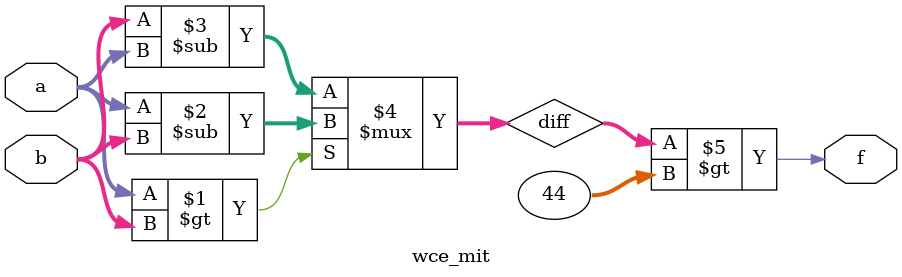
<source format=v>
module wce_mit(a, b, f);
parameter _bit = 9;
parameter wce = 44;
input [_bit - 1: 0] a;
input [_bit - 1: 0] b;
output f;
wire [_bit - 1: 0] diff;
assign diff = (a > b)? (a - b): (b - a);
assign f = (diff > wce);
endmodule

</source>
